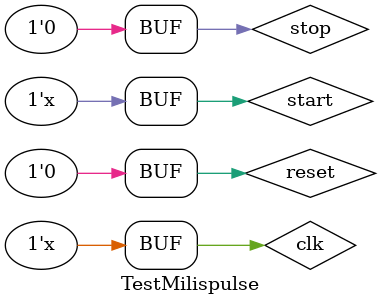
<source format=v>
`timescale 1ns / 1ps


module TestMilispulse;

	// Inputs
	reg clk;
	reg start;
	reg reset;
	reg stop;

	// Outputs
	wire msclock;

	// Instantiate the Unit Under Test (UUT)
	mspulse uut (
		.clk(clk), 
		.start(start), 
		.reset(reset), 
		.stop(stop), 
		.msclock(msclock)
	);

	initial begin
		// Initialize Inputs
		clk = 0;
		start = 0;
		reset = 0;
		stop = 0;
		
		$monitor("%d\t%d",clk,msclock); 
		// Wait 100 ns for global reset to finish
		#20;
      start = 1;
		// Add stimulus here

	end
	
	always
	begin
		#5 clk = !clk;
		#6 start = !start;
	end
      
endmodule


</source>
